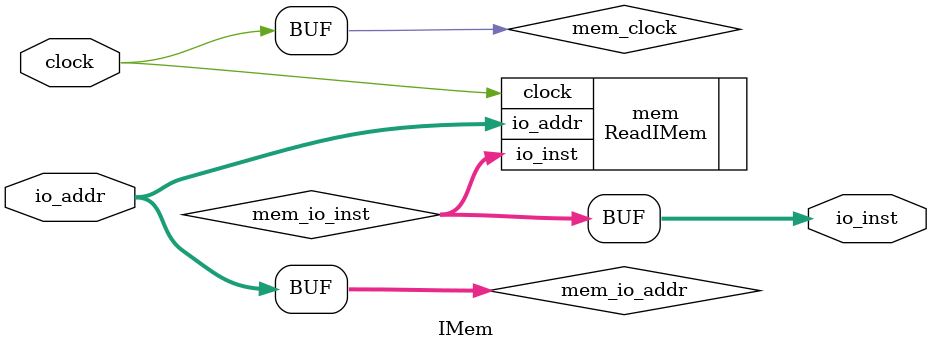
<source format=v>
module IMem(
  input         clock,
  input  [31:0] io_addr,
  output [31:0] io_inst
);
  wire  mem_clock; // @[IMem.scala 21:21]
  wire [31:0] mem_io_addr; // @[IMem.scala 21:21]
  wire [31:0] mem_io_inst; // @[IMem.scala 21:21]
  ReadIMem mem ( // @[IMem.scala 21:21]
    .clock(mem_clock),
    .io_addr(mem_io_addr),
    .io_inst(mem_io_inst)
  );
  assign io_inst = mem_io_inst; // @[IMem.scala 23:12]
  assign mem_clock = clock;
  assign mem_io_addr = io_addr; // @[IMem.scala 23:12]
endmodule

</source>
